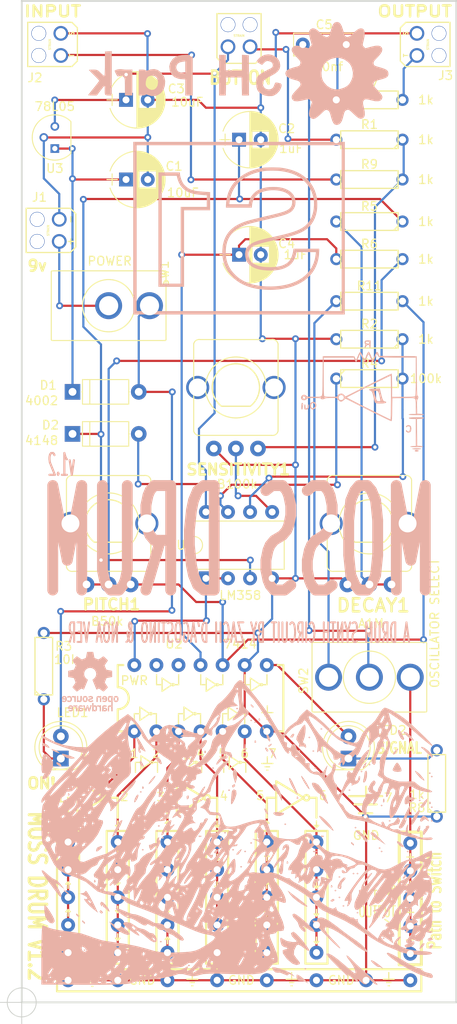
<source format=kicad_pcb>
(kicad_pcb (version 20171130) (host pcbnew "(5.0.0-rc2-dev-311-g1dd4af297)")
  (layers (0 F.Cu signal) (31 B.Cu signal) (34 B.Paste user) (35 F.Paste user) (36 B.SilkS user hide) (37 F.SilkS user) (38 B.Mask user) (39 F.Mask user) (44 Edge.Cuts user))
  (net 0 "")
  (net 1 "Net-(J1-Pad1)")
  (net 2 "Net-(D1-Pad2)")
  (net 3 "Net-(C5-Pad2)")
  (net 4 +5V)
  (net 5 GND)
  (net 6 "Net-(R1-Pad1)")
  (net 7 "Net-(PITCH1-Pad3)")
  (net 8 "Net-(PITCH1-Pad1)")
  (net 9 "Net-(DECAY1-Pad2)")
  (net 10 "Net-(J3-Pad1)")
  (net 11 "Net-(J2-Pad1)")
  (net 12 "Net-(C1-Pad1)")
  (net 13 "Net-(R2-Pad1)")
  (net 14 "Net-(D2-Pad2)")
  (net 15 "Net-(C2-Pad1)")
  (net 16 "Net-(C4-Pad1)")
  (net 17 "Net-(C5-Pad1)")
  (net 18 "Net-(U2-Pad13)")
  (net 19 "Net-(U2-Pad12)")
  (net 20 "Net-(U2-Pad1)")
  (net 21 "Net-(U2-Pad2)")
  (net 22 "Net-(U2-Pad4)")
  (net 23 "Net-(U2-Pad3)")
  (net 24 "Net-(U2-Pad5)")
  (net 25 "Net-(U2-Pad6)")
  (net 26 "Net-(U1-Pad1)")
  (net 27 "Net-(SENSITIVITY1-Pad2)")
  (net 28 "Net-(BreadBoardStrip1-Pad1)")
  (net 29 "Net-(R11-Pad1)")
  (net 30 "Net-(LED1-Pad1)")
  (net 31 "Net-(LED2-Pad2)")
  (net 32 "Net-(LED2-Pad1)")
  (net 33 "Net-(R1-Pad2)")
  (module zfoot:Switch_Toggle_SPDT_Mini_SolderLug_Circle (layer F.Cu) (at 162.936 115.062 90)
    (fp_text reference SW2 (at -2.032 -6.985 90) (layer F.SilkS) (effects (justify left bottom)))
    (fp_text value "OSCILLATOR SELECT" (at -1.33 8.1 90) (layer F.SilkS) (effects (justify left bottom)))
    (pad 3 thru_hole circle (at 0 4.7 90) (size 3.1 3.1) (drill 2.2) (layers *.Cu *.Mask) (net 28 "Net-(BreadBoardStrip1-Pad1)"))
    (pad 2 thru_hole circle (at 0 0 90) (size 3.1 3.1) (drill 2.2) (layers *.Cu *.Mask) (net 3 "Net-(C5-Pad2)"))
    (pad 1 thru_hole circle (at 0 -4.7 90) (size 3.1 3.1) (drill 2.2) (layers *.Cu *.Mask) (net 29 "Net-(R11-Pad1)"))
  )
  (module zfoot:Switch_Toggle_SPST_Mini_SolderLug_2legs_Circle (layer F.Cu) (at 132.936 72.4 270)
    (fp_text reference SW1 (at -2.032 -6.985 270) (layer F.SilkS) (effects (justify left bottom)))
    (fp_text value POWER (at -4.54 2.53) (layer F.SilkS) (effects (justify left bottom)))
    (pad 2 thru_hole circle (at 0 0 270) (size 3.1 3.1) (drill 2.2) (layers *.Cu *.Mask) (net 1 "Net-(J1-Pad1)"))
    (pad 1 thru_hole circle (at 0 -4.7 270) (size 3.1 3.1) (drill 2.2) (layers *.Cu *.Mask) (net 2 "Net-(D1-Pad2)"))
  )
  (module zfoot:Logo_Open-3 (layer B.Cu) (at 130.81 115.57 180)
    (fp_text reference LOGO1 hide)
    (fp_text value Open hide)
  )
  (module zfoot:Logo_OSH-3 (layer B.Cu) (at 147.936 46.228 180)
    (fp_text reference LOGO3 hide)
    (fp_text value OSH hide)
  )
  (module zfoot:Logo_S1-2 (layer B.Cu) (at 147.936 63.5 180)
    (fp_text reference LOGO2 hide)
    (fp_text value S1 hide)
  )
  (module zfoot:Button_Bigger (layer F.Cu) (at 147.936 41.4)
    (fp_text reference SW3 hide)
    (fp_text value BUTTON (at 0.146 4.828 180) (layer F.SilkS) (effects (font (size 1.5 1.25) (thickness 0.3))))
    (fp_text user STRAIN (at 0 0 -180) (layer F.SilkS) (effects (font (size 0.25 0.25) (thickness 0.0625))))
    (pad "" thru_hole circle (at 1.27 -1.27 180) (size 1.7 1.7) (drill 1.6) (layers *.Cu *.Mask))
    (pad "" thru_hole circle (at -1.27 -1.27 180) (size 1.7 1.7) (drill 1.6) (layers *.Cu *.Mask))
    (pad 2 thru_hole circle (at -1.27 1.27 180) (size 1.7 1.7) (drill 1.2) (layers *.Cu *.Mask) (net 4 +5V))
    (pad 1 thru_hole circle (at 1.27 1.27 180) (size 1.7 1.7) (drill 1.2) (layers *.Cu *.Mask) (net 33 "Net-(R1-Pad2)"))
  )
  (module zfoot:9v_Bigger (layer F.Cu) (at 127.254 63.754 90)
    (fp_text reference J1 (at 3.804 -2.278) (layer F.SilkS))
    (fp_text value 9v (at -4.064 -2.54) (layer F.SilkS) (effects (font (size 1.25 1.25) (thickness 0.3))))
    (fp_text user + (at -1.27 1.27 270) (layer F.SilkS) (effects (font (size 0.75 0.75))))
    (fp_text user - (at 1.27 1.27 270) (layer F.SilkS) (effects (font (size 0.75 0.75))))
    (fp_text user STRAIN (at 0 -1.27 -90) (layer F.SilkS) (effects (font (size 0.25 0.25) (thickness 0.0625))))
    (pad 1 thru_hole circle (at -1.27 0 270) (size 1.7 1.7) (drill 1.2) (layers *.Cu *.Mask) (net 1 "Net-(J1-Pad1)"))
    (pad 2 thru_hole circle (at 1.27 0 270) (size 1.7 1.7) (drill 1.2) (layers *.Cu *.Mask) (net 5 GND))
    (pad "" thru_hole circle (at 1.27 -2.54 270) (size 1.7 1.7) (drill 1.6) (layers *.Cu *.Mask))
    (pad "" thru_hole circle (at -1.27 -2.54 270) (size 1.7 1.7) (drill 1.6) (layers *.Cu *.Mask))
  )
  (module zfoot:BREAKOUT (layer F.Cu) (at 128.27 149.86)
    (fp_text reference U2 (at 12.192 -38.608) (layer F.SilkS))
    (fp_text value 7414 (at 19.812 -38.608) (layer F.SilkS))
    (fp_text user 7 (at 23.495 -26.035) (layer F.SilkS))
    (fp_text user 6 (at 20.32 -26.035) (layer F.SilkS))
    (fp_text user 5 (at 17.78 -26.035) (layer F.SilkS))
    (fp_text user 4 (at 15.24 -26.035) (layer F.SilkS))
    (fp_text user 3 (at 12.7 -26.035) (layer F.SilkS))
    (fp_text user 2 (at 10.16 -26.035) (layer F.SilkS))
    (fp_text user 1 (at 7.62 -26.035) (layer F.SilkS))
    (fp_text user GND (at 34.29 -16.637 180) (layer F.SilkS))
    (fp_text user 7 (at 36.83 -20.955) (layer F.SilkS))
    (fp_text user 6 (at 29.337 -21.209) (layer F.SilkS))
    (fp_text user 5 (at 22.098 -21.209) (layer F.SilkS))
    (fp_text user 4 (at 17.907 -21.1455) (layer F.SilkS))
    (fp_text user 3 (at 10.668 -21.0185) (layer F.SilkS))
    (fp_text user 2 (at 6.477 -21.082) (layer F.SilkS))
    (fp_text user 1 (at -0.8255 -20.955) (layer F.SilkS))
    (fp_text user GND (at 31.4325 0 180) (layer F.SilkS))
    (fp_text user GND (at 19.939 0 180) (layer F.SilkS))
    (fp_text user GND (at 8.509 0 180) (layer F.SilkS))
    (fp_text user PWR (at 7.62 -34.417) (layer F.SilkS))
    (pad 6 thru_hole circle (at 20.32 -28.575 90) (size 1.6 1.6) (drill 0.8) (layers *.Cu *.Mask) (net 25 "Net-(U2-Pad6)"))
    (pad 9 thru_hole circle (at 20.32 -36.195 90) (size 1.6 1.6) (drill 0.8) (layers *.Cu *.Mask) (net 5 GND))
    (pad 7 thru_hole oval (at 39.37 0 180) (size 1.6 1.6) (drill 0.8) (layers *.Cu *.Mask) (net 5 GND))
    (pad 7 thru_hole oval (at 0 0 270) (size 1.6 1.6) (drill 0.8) (layers *.Cu *.Mask) (net 5 GND))
    (pad 7 thru_hole oval (at 5.715 0 270) (size 1.6 1.6) (drill 0.8) (layers *.Cu *.Mask) (net 5 GND))
    (pad 7 thru_hole oval (at 11.43 0 270) (size 1.6 1.6) (drill 0.8) (layers *.Cu *.Mask) (net 5 GND))
    (pad 7 thru_hole oval (at 17.145 0 270) (size 1.6 1.6) (drill 0.8) (layers *.Cu *.Mask) (net 5 GND))
    (pad 7 thru_hole oval (at 22.86 0 270) (size 1.6 1.6) (drill 0.8) (layers *.Cu *.Mask) (net 5 GND))
    (pad 2 thru_hole oval (at 5.715 -6.35 180) (size 1.6 1.6) (drill 0.8) (layers *.Cu *.Mask) (net 21 "Net-(U2-Pad2)"))
    (pad 2 thru_hole oval (at 5.715 -15.875 180) (size 1.6 1.6) (drill 0.8) (layers *.Cu *.Mask) (net 21 "Net-(U2-Pad2)"))
    (pad 2 thru_hole oval (at 5.715 -9.525 180) (size 1.6 1.6) (drill 0.8) (layers *.Cu *.Mask) (net 21 "Net-(U2-Pad2)"))
    (pad 2 thru_hole oval (at 5.715 -3.175 180) (size 1.6 1.6) (drill 0.8) (layers *.Cu *.Mask) (net 21 "Net-(U2-Pad2)"))
    (pad 2 thru_hole oval (at 5.715 -12.7 180) (size 1.6 1.6) (drill 0.8) (layers *.Cu *.Mask) (net 21 "Net-(U2-Pad2)"))
    (pad 1 thru_hole oval (at 0 -15.875 180) (size 1.6 1.6) (drill 0.8) (layers *.Cu *.Mask) (net 20 "Net-(U2-Pad1)"))
    (pad 1 thru_hole oval (at 0 -3.175 180) (size 1.6 1.6) (drill 0.8) (layers *.Cu *.Mask) (net 20 "Net-(U2-Pad1)"))
    (pad 1 thru_hole oval (at 0 -6.35 180) (size 1.6 1.6) (drill 0.8) (layers *.Cu *.Mask) (net 20 "Net-(U2-Pad1)"))
    (pad 1 thru_hole oval (at 0 -9.525 180) (size 1.6 1.6) (drill 0.8) (layers *.Cu *.Mask) (net 20 "Net-(U2-Pad1)"))
    (pad 1 thru_hole oval (at 0 -12.7 180) (size 1.6 1.6) (drill 0.8) (layers *.Cu *.Mask) (net 20 "Net-(U2-Pad1)"))
    (pad 4 thru_hole oval (at 17.145 -6.35 180) (size 1.6 1.6) (drill 0.8) (layers *.Cu *.Mask) (net 22 "Net-(U2-Pad4)"))
    (pad 4 thru_hole oval (at 17.145 -15.875 180) (size 1.6 1.6) (drill 0.8) (layers *.Cu *.Mask) (net 22 "Net-(U2-Pad4)"))
    (pad 3 thru_hole oval (at 11.43 -12.7 180) (size 1.6 1.6) (drill 0.8) (layers *.Cu *.Mask) (net 23 "Net-(U2-Pad3)"))
    (pad 4 thru_hole oval (at 17.145 -3.175 180) (size 1.6 1.6) (drill 0.8) (layers *.Cu *.Mask) (net 22 "Net-(U2-Pad4)"))
    (pad 3 thru_hole oval (at 11.43 -15.875 180) (size 1.6 1.6) (drill 0.8) (layers *.Cu *.Mask) (net 23 "Net-(U2-Pad3)"))
    (pad 4 thru_hole oval (at 17.145 -12.7 180) (size 1.6 1.6) (drill 0.8) (layers *.Cu *.Mask) (net 22 "Net-(U2-Pad4)"))
    (pad 3 thru_hole oval (at 11.43 -3.175 180) (size 1.6 1.6) (drill 0.8) (layers *.Cu *.Mask) (net 23 "Net-(U2-Pad3)"))
    (pad 3 thru_hole oval (at 11.43 -6.35 180) (size 1.6 1.6) (drill 0.8) (layers *.Cu *.Mask) (net 23 "Net-(U2-Pad3)"))
    (pad 4 thru_hole oval (at 17.145 -9.525 180) (size 1.6 1.6) (drill 0.8) (layers *.Cu *.Mask) (net 22 "Net-(U2-Pad4)"))
    (pad 3 thru_hole oval (at 11.43 -9.525 180) (size 1.6 1.6) (drill 0.8) (layers *.Cu *.Mask) (net 23 "Net-(U2-Pad3)"))
    (pad 5 thru_hole oval (at 22.86 -3.175 180) (size 1.6 1.6) (drill 0.8) (layers *.Cu *.Mask) (net 24 "Net-(U2-Pad5)"))
    (pad 5 thru_hole oval (at 22.86 -15.875 180) (size 1.6 1.6) (drill 0.8) (layers *.Cu *.Mask) (net 24 "Net-(U2-Pad5)"))
    (pad 5 thru_hole oval (at 22.86 -6.35 180) (size 1.6 1.6) (drill 0.8) (layers *.Cu *.Mask) (net 24 "Net-(U2-Pad5)"))
    (pad 5 thru_hole oval (at 22.86 -9.525 180) (size 1.6 1.6) (drill 0.8) (layers *.Cu *.Mask) (net 24 "Net-(U2-Pad5)"))
    (pad 6 thru_hole oval (at 28.575 -6.35 180) (size 1.6 1.6) (drill 0.8) (layers *.Cu *.Mask) (net 25 "Net-(U2-Pad6)"))
    (pad 6 thru_hole oval (at 28.575 -3.175 180) (size 1.6 1.6) (drill 0.8) (layers *.Cu *.Mask) (net 25 "Net-(U2-Pad6)"))
    (pad 6 thru_hole oval (at 28.575 -12.7 180) (size 1.6 1.6) (drill 0.8) (layers *.Cu *.Mask) (net 25 "Net-(U2-Pad6)"))
    (pad 6 thru_hole oval (at 28.575 -15.875 180) (size 1.6 1.6) (drill 0.8) (layers *.Cu *.Mask) (net 25 "Net-(U2-Pad6)"))
    (pad 6 thru_hole oval (at 28.575 -9.525 180) (size 1.6 1.6) (drill 0.8) (layers *.Cu *.Mask) (net 25 "Net-(U2-Pad6)"))
    (pad 5 thru_hole oval (at 22.86 -12.7 180) (size 1.6 1.6) (drill 0.8) (layers *.Cu *.Mask) (net 24 "Net-(U2-Pad5)"))
    (pad 7 thru_hole oval (at 34.29 0 180) (size 1.6 1.6) (drill 0.8) (layers *.Cu *.Mask) (net 5 GND))
    (pad 7 thru_hole oval (at 28.575 0 270) (size 1.6 1.6) (drill 0.8) (layers *.Cu *.Mask) (net 5 GND))
    (pad 1 thru_hole circle (at 7.62 -28.575 90) (size 1.6 1.6) (drill 0.8) (layers *.Cu *.Mask) (net 20 "Net-(U2-Pad1)"))
    (pad 2 thru_hole circle (at 10.16 -28.575 90) (size 1.6 1.6) (drill 0.8) (layers *.Cu *.Mask) (net 21 "Net-(U2-Pad2)"))
    (pad 3 thru_hole circle (at 12.7 -28.575 90) (size 1.6 1.6) (drill 0.8) (layers *.Cu *.Mask) (net 23 "Net-(U2-Pad3)"))
    (pad 4 thru_hole circle (at 15.24 -28.575 90) (size 1.6 1.6) (drill 0.8) (layers *.Cu *.Mask) (net 22 "Net-(U2-Pad4)"))
    (pad 5 thru_hole circle (at 17.78 -28.575 90) (size 1.6 1.6) (drill 0.8) (layers *.Cu *.Mask) (net 24 "Net-(U2-Pad5)"))
    (pad 7 thru_hole circle (at 22.86 -28.575 90) (size 1.6 1.6) (drill 0.8) (layers *.Cu *.Mask) (net 5 GND))
    (pad 14 thru_hole circle (at 7.62 -36.195 90) (size 1.6 1.6) (drill 0.8) (layers *.Cu *.Mask) (net 26 "Net-(U1-Pad1)"))
    (pad 13 thru_hole circle (at 10.16 -36.195 90) (size 1.6 1.6) (drill 0.8) (layers *.Cu *.Mask) (net 18 "Net-(U2-Pad13)"))
    (pad 12 thru_hole circle (at 12.7 -36.195 90) (size 1.6 1.6) (drill 0.8) (layers *.Cu *.Mask) (net 19 "Net-(U2-Pad12)"))
    (pad 11 thru_hole circle (at 15.24 -36.195 90) (size 1.6 1.6) (drill 0.8) (layers *.Cu *.Mask) (net 16 "Net-(C4-Pad1)"))
    (pad 10 thru_hole circle (at 17.78 -36.195 90) (size 1.6 1.6) (drill 0.8) (layers *.Cu *.Mask) (net 7 "Net-(PITCH1-Pad3)"))
    (pad 8 thru_hole circle (at 22.86 -36.195 90) (size 1.6 1.6) (drill 0.8) (layers *.Cu *.Mask) (net 31 "Net-(LED2-Pad2)"))
  )
  (module zfoot:Jack_Instrument_Bigger (layer F.Cu) (at 127.436 42.4 90)
    (fp_text reference J2 (at -3.828 -2.976) (layer F.SilkS))
    (fp_text value INPUT (at 3.792 -0.944) (layer F.SilkS) (effects (font (size 1.25 1.5) (thickness 0.3))))
    (fp_text user T (at -1.27 1.27 -90) (layer F.SilkS) (effects (font (size 0.5 0.5) (thickness 0.125))))
    (fp_text user S (at 1.27 1.27 -90) (layer F.SilkS) (effects (font (size 0.5 0.5) (thickness 0.125))))
    (fp_text user STRAIN (at 0 -1.27 -90) (layer F.SilkS) (effects (font (size 0.25 0.25) (thickness 0.0625))))
    (pad 1 thru_hole circle (at -1.27 0 270) (size 1.7 1.7) (drill 1.2) (layers *.Cu *.Mask) (net 11 "Net-(J2-Pad1)"))
    (pad 2 thru_hole circle (at 1.27 0 270) (size 1.7 1.7) (drill 1.2) (layers *.Cu *.Mask) (net 5 GND))
    (pad "" thru_hole circle (at 1.27 -2.54 270) (size 1.7 1.7) (drill 1.6) (layers *.Cu *.Mask))
    (pad "" thru_hole circle (at -1.27 -2.54 270) (size 1.7 1.7) (drill 1.6) (layers *.Cu *.Mask))
  )
  (module zfoot:Jack_Instrument_Bigger (layer F.Cu) (at 169.672 42.4 270)
    (fp_text reference J3 (at 3.574 -2.032 180) (layer F.SilkS))
    (fp_text value OUTPUT (at -3.792 1.524 180) (layer F.SilkS) (effects (font (size 1.25 1.5) (thickness 0.3))))
    (fp_text user STRAIN (at 0 0 90) (layer F.SilkS) (effects (font (size 0.25 0.25) (thickness 0.0625))))
    (fp_text user S (at -1.27 2.54 90) (layer F.SilkS) (effects (font (size 0.5 0.5) (thickness 0.125))))
    (fp_text user T (at 1.27 2.54 90) (layer F.SilkS) (effects (font (size 0.5 0.5) (thickness 0.125))))
    (pad "" thru_hole circle (at 1.27 -1.27 90) (size 1.7 1.7) (drill 1.6) (layers *.Cu *.Mask))
    (pad "" thru_hole circle (at -1.27 -1.27 90) (size 1.7 1.7) (drill 1.6) (layers *.Cu *.Mask))
    (pad 2 thru_hole circle (at -1.27 1.27 90) (size 1.7 1.7) (drill 1.2) (layers *.Cu *.Mask) (net 5 GND))
    (pad 1 thru_hole circle (at 1.27 1.27 90) (size 1.7 1.7) (drill 1.2) (layers *.Cu *.Mask) (net 10 "Net-(J3-Pad1)"))
  )
  (module 4ms-footprints:Resistor_TH_300 (layer F.Cu) (at 162.936 71.882)
    (fp_text reference R11 (at 0 -1.75) (layer F.SilkS))
    (fp_text value 1k (at 6.5 0) (layer F.SilkS))
    (pad 1 thru_hole circle (at -3.81 0) (size 1.397 1.397) (drill 0.8128) (layers *.Cu *.Mask) (net 29 "Net-(R11-Pad1)"))
    (pad 2 thru_hole circle (at 3.81 0) (size 1.397 1.397) (drill 0.8128) (layers *.Cu *.Mask) (net 7 "Net-(PITCH1-Pad3)"))
  )
  (module zfoot:DIP_8pin_TL082_TH_CenteredNotOnPin1 (layer F.Cu) (at 147.936 99.9 90)
    (fp_text reference U1 (at 0 -6.204 180) (layer F.SilkS))
    (fp_text value LM358 (at -5.764 0.146 180) (layer F.SilkS))
    (pad 1 thru_hole rect (at -3.81 -3.81 90) (size 1.6 1.6) (drill 0.8) (layers *.Cu *.Mask) (net 26 "Net-(U1-Pad1)"))
    (pad 5 thru_hole oval (at 3.81 3.81 90) (size 1.6 1.6) (drill 0.8) (layers *.Cu *.Mask) (net 27 "Net-(SENSITIVITY1-Pad2)"))
    (pad 2 thru_hole oval (at -3.81 -1.27 90) (size 1.6 1.6) (drill 0.8) (layers *.Cu *.Mask) (net 26 "Net-(U1-Pad1)"))
    (pad 6 thru_hole oval (at 3.81 1.27 90) (size 1.6 1.6) (drill 0.8) (layers *.Cu *.Mask) (net 13 "Net-(R2-Pad1)"))
    (pad 3 thru_hole oval (at -3.81 1.27 90) (size 1.6 1.6) (drill 0.8) (layers *.Cu *.Mask) (net 15 "Net-(C2-Pad1)"))
    (pad 7 thru_hole oval (at 3.81 -1.27 90) (size 1.6 1.6) (drill 0.8) (layers *.Cu *.Mask) (net 14 "Net-(D2-Pad2)"))
    (pad 4 thru_hole oval (at -3.81 3.81 90) (size 1.6 1.6) (drill 0.8) (layers *.Cu *.Mask) (net 5 GND))
    (pad 8 thru_hole oval (at 3.81 -3.81 90) (size 1.6 1.6) (drill 0.8) (layers *.Cu *.Mask) (net 4 +5V))
  )
  (module zfoot:BREAKOUTswitch (layer F.Cu) (at 167.64 140.462)
    (fp_text reference BreadBoardStrip1 hide)
    (fp_text value "Path to Switch" (at 2.794 0.254 90) (layer F.SilkS) (effects (font (size 1.5 1) (thickness 0.25))))
    (fp_text user OUTPUT (at -3.81 1.524) (layer F.SilkS) (effects (font (size 1.25 0.75))))
    (fp_text user + (at -0.0635 4.699) (layer F.SilkS))
    (fp_text user + (at 0 1.524) (layer F.SilkS))
    (fp_text user + (at 0 -1.651) (layer F.SilkS))
    (fp_text user + (at 0 -4.826) (layer F.SilkS))
    (fp_text user TO (at -3.683 -0.254) (layer F.SilkS) (effects (font (size 1.25 0.75))))
    (pad 1 thru_hole oval (at 0 -6.35 180) (size 1.6 1.6) (drill 0.8) (layers *.Cu *.Mask) (net 28 "Net-(BreadBoardStrip1-Pad1)"))
    (pad 1 thru_hole oval (at 0 3.175 180) (size 1.6 1.6) (drill 0.8) (layers *.Cu *.Mask) (net 28 "Net-(BreadBoardStrip1-Pad1)"))
    (pad 1 thru_hole oval (at 0 -3.175 180) (size 1.6 1.6) (drill 0.8) (layers *.Cu *.Mask) (net 28 "Net-(BreadBoardStrip1-Pad1)"))
    (pad 1 thru_hole circle (at 0 0 180) (size 1.6 1.6) (drill 0.8) (layers *.Cu *.Mask) (net 28 "Net-(BreadBoardStrip1-Pad1)"))
    (pad 1 thru_hole oval (at 0 6.35 180) (size 1.6 1.6) (drill 0.8) (layers *.Cu *.Mask) (net 28 "Net-(BreadBoardStrip1-Pad1)"))
  )
  (module zfoot:LED_D5.0mm (layer F.Cu) (at 127.436 124.4 90)
    (fp_text reference LED1 (at 5.274 1.342 180) (layer F.SilkS))
    (fp_text value ON! (at -2.854 -2.214) (layer F.SilkS) (effects (font (size 1.25 1.25) (thickness 0.3125))))
    (pad 1 thru_hole rect (at 0 0 90) (size 1.8 1.8) (drill 0.9) (layers *.Cu *.Mask) (net 30 "Net-(LED1-Pad1)"))
    (pad 2 thru_hole circle (at 2.54 0 90) (size 1.8 1.8) (drill 0.9) (layers *.Cu *.Mask) (net 2 "Net-(D1-Pad2)"))
  )
  (module zfoot:LED_D5.0mm (layer F.Cu) (at 160.528 124.4 90)
    (fp_text reference LED2 (at 3.242 4.826 180) (layer F.SilkS))
    (fp_text value SIGNAL (at 1.21 5.842 180) (layer F.SilkS) (effects (font (size 1.25 1) (thickness 0.25))))
    (pad 2 thru_hole circle (at 2.54 0 90) (size 1.8 1.8) (drill 0.9) (layers *.Cu *.Mask) (net 31 "Net-(LED2-Pad2)"))
    (pad 1 thru_hole rect (at 0 0 90) (size 1.8 1.8) (drill 0.9) (layers *.Cu *.Mask) (net 32 "Net-(LED2-Pad1)"))
  )
  (module 4ms-footprints:Cap_Ceramic_TH (layer F.Cu) (at 160.274 42.418 180)
    (fp_text reference C5 (at 2.54 2.286 180) (layer F.SilkS))
    (fp_text value 100nf (at 2.54 -2.54 180) (layer F.SilkS))
    (pad 1 thru_hole circle (at 0 0 180) (size 1.6 1.6) (drill 0.8) (layers *.Cu *.Mask) (net 17 "Net-(C5-Pad1)"))
    (pad 2 thru_hole circle (at 5 0 180) (size 1.6 1.6) (drill 0.8) (layers *.Cu *.Mask) (net 3 "Net-(C5-Pad2)"))
  )
  (module 4ms-footprints:Cap_Electrolytic_TH (layer F.Cu) (at 134.936 57.912)
    (fp_text reference C1 (at 5.526 -1.524) (layer F.SilkS))
    (fp_text value 10uF (at 6.542 1.524 180) (layer F.SilkS))
    (pad 2 thru_hole circle (at 2.5 0) (size 1.6 1.6) (drill 0.8) (layers *.Cu *.Mask) (net 5 GND))
    (pad 1 thru_hole rect (at 0 0) (size 1.6 1.6) (drill 0.8) (layers *.Cu *.Mask) (net 12 "Net-(C1-Pad1)"))
  )
  (module 4ms-footprints:Cap_Electrolytic_TH (layer F.Cu) (at 147.936 53.34)
    (fp_text reference C2 (at 5.48 -1.27) (layer F.SilkS))
    (fp_text value 1uF (at 5.988 1.016) (layer F.SilkS))
    (pad 1 thru_hole rect (at 0 0) (size 1.6 1.6) (drill 0.8) (layers *.Cu *.Mask) (net 15 "Net-(C2-Pad1)"))
    (pad 2 thru_hole circle (at 2.5 0) (size 1.6 1.6) (drill 0.8) (layers *.Cu *.Mask) (net 5 GND))
  )
  (module 4ms-footprints:Cap_Electrolytic_TH (layer F.Cu) (at 134.936 48.768)
    (fp_text reference C3 (at 5.78 -1.27) (layer F.SilkS))
    (fp_text value 10uF (at 7.05 0.254) (layer F.SilkS))
    (pad 2 thru_hole circle (at 2.5 0) (size 1.6 1.6) (drill 0.8) (layers *.Cu *.Mask) (net 5 GND))
    (pad 1 thru_hole rect (at 0 0) (size 1.6 1.6) (drill 0.8) (layers *.Cu *.Mask) (net 4 +5V))
  )
  (module 4ms-footprints:Cap_Electrolytic_TH (layer F.Cu) (at 147.936 66.548)
    (fp_text reference C4 (at 5.48 -1.27) (layer F.SilkS))
    (fp_text value 1uF (at 6.496 0) (layer F.SilkS))
    (pad 1 thru_hole rect (at 0 0) (size 1.6 1.6) (drill 0.8) (layers *.Cu *.Mask) (net 16 "Net-(C4-Pad1)"))
    (pad 2 thru_hole circle (at 2.5 0) (size 1.6 1.6) (drill 0.8) (layers *.Cu *.Mask) (net 5 GND))
  )
  (module 4ms-footprints:Diode_BAT-85S_TH (layer F.Cu) (at 128.778 87.122)
    (fp_text reference D2 (at -2.54 -1.016) (layer F.SilkS))
    (fp_text value 4148 (at -3.556 0.762) (layer F.SilkS))
    (pad 2 thru_hole oval (at 7.62 0) (size 1.8 1.8) (drill 0.9) (layers *.Cu *.Mask) (net 14 "Net-(D2-Pad2)"))
    (pad 1 thru_hole rect (at 0 0) (size 1.8 1.8) (drill 0.9) (layers *.Cu *.Mask) (net 15 "Net-(C2-Pad1)"))
  )
  (module 4ms-footprints:Diode_BAT-85S_TH (layer F.Cu) (at 128.778 82.296)
    (fp_text reference D1 (at -2.794 -0.762) (layer F.SilkS))
    (fp_text value 4002 (at -3.556 1.016) (layer F.SilkS))
    (pad 1 thru_hole rect (at 0 0) (size 1.8 1.8) (drill 0.9) (layers *.Cu *.Mask) (net 12 "Net-(C1-Pad1)"))
    (pad 2 thru_hole oval (at 7.62 0) (size 1.8 1.8) (drill 0.9) (layers *.Cu *.Mask) (net 2 "Net-(D1-Pad2)"))
  )
  (module 4ms-footprints:Resistor_TH_300 (layer F.Cu) (at 170.688 127.254 90)
    (fp_text reference R8 (at -2.794 -2.286 180) (layer F.SilkS))
    (fp_text value 1k (at -1.27 -2.286 180) (layer F.SilkS))
    (pad 2 thru_hole circle (at 3.81 0 90) (size 1.397 1.397) (drill 0.8128) (layers *.Cu *.Mask) (net 32 "Net-(LED2-Pad1)"))
    (pad 1 thru_hole circle (at -3.81 0 90) (size 1.397 1.397) (drill 0.8128) (layers *.Cu *.Mask) (net 5 GND))
  )
  (module 4ms-footprints:Resistor_TH_300 (layer F.Cu) (at 162.936 48.768)
    (fp_text reference R7 (at 0 -1.75) (layer F.SilkS))
    (fp_text value 1k (at 6.5 0) (layer F.SilkS))
    (pad 1 thru_hole circle (at -3.81 0) (size 1.397 1.397) (drill 0.8128) (layers *.Cu *.Mask) (net 17 "Net-(C5-Pad1)"))
    (pad 2 thru_hole circle (at 3.81 0) (size 1.397 1.397) (drill 0.8128) (layers *.Cu *.Mask) (net 10 "Net-(J3-Pad1)"))
  )
  (module 4ms-footprints:Resistor_TH_300 (layer F.Cu) (at 162.936 67.056)
    (fp_text reference R6 (at 0 -1.75) (layer F.SilkS))
    (fp_text value 1k (at 6.5 0) (layer F.SilkS))
    (pad 2 thru_hole circle (at 3.81 0) (size 1.397 1.397) (drill 0.8128) (layers *.Cu *.Mask) (net 8 "Net-(PITCH1-Pad1)"))
    (pad 1 thru_hole circle (at -3.81 0) (size 1.397 1.397) (drill 0.8128) (layers *.Cu *.Mask) (net 16 "Net-(C4-Pad1)"))
  )
  (module 4ms-footprints:Resistor_TH_300 (layer F.Cu) (at 162.936 62.738 180)
    (fp_text reference R5 (at 0 1.75 180) (layer F.SilkS))
    (fp_text value 1k (at -6.5 0 180) (layer F.SilkS))
    (pad 1 thru_hole circle (at -3.81 0 180) (size 1.397 1.397) (drill 0.8128) (layers *.Cu *.Mask) (net 15 "Net-(C2-Pad1)"))
    (pad 2 thru_hole circle (at 3.81 0 180) (size 1.397 1.397) (drill 0.8128) (layers *.Cu *.Mask) (net 9 "Net-(DECAY1-Pad2)"))
  )
  (module 4ms-footprints:Resistor_TH_300 (layer F.Cu) (at 162.936 80.772)
    (fp_text reference R4 (at 0 -1.75) (layer F.SilkS))
    (fp_text value 100k (at 6.5 0) (layer F.SilkS))
    (pad 2 thru_hole circle (at 3.81 0) (size 1.397 1.397) (drill 0.8128) (layers *.Cu *.Mask) (net 13 "Net-(R2-Pad1)"))
    (pad 1 thru_hole circle (at -3.81 0) (size 1.397 1.397) (drill 0.8128) (layers *.Cu *.Mask) (net 14 "Net-(D2-Pad2)"))
  )
  (module 4ms-footprints:Resistor_TH_300 (layer F.Cu) (at 125.476 113.792 90)
    (fp_text reference R3 (at 2.286 2.286 180) (layer F.SilkS))
    (fp_text value 10k (at 0.762 2.54 180) (layer F.SilkS))
    (pad 1 thru_hole circle (at -3.81 0 90) (size 1.397 1.397) (drill 0.8128) (layers *.Cu *.Mask) (net 30 "Net-(LED1-Pad1)"))
    (pad 2 thru_hole circle (at 3.81 0 90) (size 1.397 1.397) (drill 0.8128) (layers *.Cu *.Mask) (net 5 GND))
  )
  (module 4ms-footprints:Resistor_TH_300 (layer F.Cu) (at 162.936 76.25 180)
    (fp_text reference R2 (at 0 1.75 180) (layer F.SilkS))
    (fp_text value 1k (at -6.5 0 180) (layer F.SilkS))
    (pad 2 thru_hole circle (at 3.81 0 180) (size 1.397 1.397) (drill 0.8128) (layers *.Cu *.Mask) (net 5 GND))
    (pad 1 thru_hole circle (at -3.81 0 180) (size 1.397 1.397) (drill 0.8128) (layers *.Cu *.Mask) (net 13 "Net-(R2-Pad1)"))
  )
  (module 4ms-footprints:Resistor_TH_300 (layer F.Cu) (at 162.936 53.34 180)
    (fp_text reference R1 (at 0 1.75 180) (layer F.SilkS))
    (fp_text value 1k (at -6.5 0 180) (layer F.SilkS))
    (pad 1 thru_hole circle (at -3.81 0 180) (size 1.397 1.397) (drill 0.8128) (layers *.Cu *.Mask) (net 6 "Net-(R1-Pad1)"))
    (pad 2 thru_hole circle (at 3.81 0 180) (size 1.397 1.397) (drill 0.8128) (layers *.Cu *.Mask) (net 33 "Net-(R1-Pad2)"))
  )
  (module 4ms-footprints:Resistor_TH_300 (layer F.Cu) (at 162.936 57.912 180)
    (fp_text reference R9 (at 0 1.75 180) (layer F.SilkS))
    (fp_text value 1k (at -6.5 0 180) (layer F.SilkS))
    (pad 2 thru_hole circle (at 3.81 0 180) (size 1.397 1.397) (drill 0.8128) (layers *.Cu *.Mask) (net 11 "Net-(J2-Pad1)"))
    (pad 1 thru_hole circle (at -3.81 0 180) (size 1.397 1.397) (drill 0.8128) (layers *.Cu *.Mask) (net 6 "Net-(R1-Pad1)"))
  )
  (module 4ms-footprints:TO-92_Molded_Narrow (layer F.Cu) (at 126.746 54.356 90)
    (fp_text reference U3 (at -2.286 0 180) (layer F.SilkS))
    (fp_text value 78L05 (at 4.826 0 180) (layer F.SilkS))
    (pad 1 thru_hole rect (at 0 0 180) (size 1 1) (drill 0.6) (layers *.Cu *.Mask) (net 12 "Net-(C1-Pad1)"))
    (pad 3 thru_hole circle (at 2.54 0 180) (size 1 1) (drill 0.6) (layers *.Cu *.Mask) (net 4 +5V))
    (pad 2 thru_hole circle (at 1.27 -1.27 180) (size 1 1) (drill 0.6) (layers *.Cu *.Mask) (net 5 GND))
  )
  (module zfoot:POT-9MM-ALPHA (layer F.Cu) (at 162.936 97.4 180)
    (fp_text reference DECAY1 (at 3.932 -10.296 180) (layer F.SilkS) (effects (font (size 1.5 1.5) (thickness 0.3)) (justify left bottom)))
    (fp_text value A1M (at 1.392 -12.074 180) (layer F.SilkS) (effects (justify left bottom)))
    (pad 5 thru_hole circle (at -4.394363 -0.001843 180) (size 2.667 2.667) (drill 2.0574) (layers *.Cu *.Mask))
    (pad 4 thru_hole circle (at 4.394037 -0.001843 180) (size 2.667 2.667) (drill 2.0574) (layers *.Cu *.Mask))
    (pad 1 thru_hole circle (at 2.539837 -7.012243 90) (size 1.8034 1.8034) (drill 0.889) (layers *.Cu *.Mask) (net 5 GND))
    (pad 2 thru_hole circle (at -0.000163 -7.012243 90) (size 1.8034 1.8034) (drill 0.889) (layers *.Cu *.Mask) (net 9 "Net-(DECAY1-Pad2)"))
    (pad 3 thru_hole circle (at -2.540163 -7.012243 90) (size 1.8034 1.8034) (drill 0.889) (layers *.Cu *.Mask) (net 9 "Net-(DECAY1-Pad2)"))
  )
  (module zfoot:POT-9MM-ALPHA (layer F.Cu) (at 132.936 97.4 180)
    (fp_text reference PITCH1 (at 3.142 -10.042 180) (layer F.SilkS) (effects (font (size 1.25 1.25) (thickness 0.3)) (justify left bottom)))
    (fp_text value B50k (at 2.126 -11.82 180) (layer F.SilkS) (effects (justify left bottom)))
    (pad 3 thru_hole circle (at -2.540163 -7.012243 90) (size 1.8034 1.8034) (drill 0.889) (layers *.Cu *.Mask) (net 7 "Net-(PITCH1-Pad3)"))
    (pad 2 thru_hole circle (at -0.000163 -7.012243 90) (size 1.8034 1.8034) (drill 0.889) (layers *.Cu *.Mask) (net 8 "Net-(PITCH1-Pad1)"))
    (pad 1 thru_hole circle (at 2.539837 -7.012243 90) (size 1.8034 1.8034) (drill 0.889) (layers *.Cu *.Mask) (net 8 "Net-(PITCH1-Pad1)"))
    (pad 4 thru_hole circle (at 4.394037 -0.001843 180) (size 2.667 2.667) (drill 2.0574) (layers *.Cu *.Mask))
    (pad 5 thru_hole circle (at -4.394363 -0.001843 180) (size 2.667 2.667) (drill 2.0574) (layers *.Cu *.Mask))
  )
  (module zfoot:POT-9MM-ALPHA (layer F.Cu) (at 147.574 81.788 180)
    (fp_text reference SENSITIVITY1 (at 5.842 -10.16) (layer F.SilkS) (effects (font (size 1.25 1.25) (thickness 0.3)) (justify left bottom)))
    (fp_text value B100k (at 2.286 -11.684 180) (layer F.SilkS) (effects (justify left bottom)))
    (pad 5 thru_hole circle (at -4.394363 -0.001843 180) (size 2.667 2.667) (drill 2.0574) (layers *.Cu *.Mask))
    (pad 4 thru_hole circle (at 4.394037 -0.001843 180) (size 2.667 2.667) (drill 2.0574) (layers *.Cu *.Mask))
    (pad 1 thru_hole circle (at 2.539837 -7.012243 90) (size 1.8034 1.8034) (drill 0.889) (layers *.Cu *.Mask) (net 5 GND))
    (pad 2 thru_hole circle (at -0.000163 -7.012243 90) (size 1.8034 1.8034) (drill 0.889) (layers *.Cu *.Mask) (net 27 "Net-(SENSITIVITY1-Pad2)"))
    (pad 3 thru_hole circle (at -2.540163 -7.012243 90) (size 1.8034 1.8034) (drill 0.889) (layers *.Cu *.Mask) (net 6 "Net-(R1-Pad1)"))
  )
  (module zfoot:Logo_MNT-2 (layer B.Cu) (at 147.828 125.984 180)
    (fp_text reference LOGO5 hide)
    (fp_text value MNT hide)
  )
  (module zfoot:Logo_OSC-1 (layer B.Cu) (at 162.052 83.058 180)
    (fp_text reference LOGO4 hide)
    (fp_text value OSC hide)
  )
  (gr_text "MOSS DRUM v1.2" (at 124.714 140.208 270) (layer F.SilkS) (effects (font (size 2 1.5) (thickness 0.375))))
  (gr_text "A DRUM SYNTH CIRCUIT BY ZACH D'AGOSTINO & NOA VER" (at 147.936 109.982) (layer B.SilkS) (effects (font (size 2.25 0.9) (thickness 0.225)) (justify mirror)))
  (gr_text v1.2 (at 127.508 90.678) (layer B.SilkS) (effects (font (size 2.5 1) (thickness 0.25)) (justify mirror)))
  (gr_text "MOSS DRUM" (at 147.936 99.568) (layer B.SilkS) (effects (font (size 12 5) (thickness 1.25)) (justify mirror)))
  (target plus (at 122.936 152.4) (size 5) (width 0.1) (layer Edge.Cuts))
  (gr_line (start 172.936 152.4) (end 122.936 152.4) (layer Edge.Cuts) (width 0.2))
  (gr_line (start 172.936 37.4) (end 172.936 152.4) (layer Edge.Cuts) (width 0.2))
  (gr_line (start 122.936 37.4) (end 172.936 37.4) (layer Edge.Cuts) (width 0.2))
  (gr_line (start 122.936 152.4) (end 122.936 37.4) (layer Edge.Cuts) (width 0.2))
  (segment (start 127.296 72.41) (end 132.926 72.41) (width 0.25) (layer F.Cu) (net 1))
  (segment (start 132.926 72.41) (end 132.936 72.4) (width 0.25) (layer F.Cu) (net 1))
  (segment (start 127.254 72.368) (end 127.296 72.41) (width 0.25) (layer B.Cu) (net 1))
  (segment (start 127.254 65.024) (end 127.254 72.368) (width 0.25) (layer B.Cu) (net 1))
  (via (at 127.296 72.41) (size 0.8) (drill 0.4) (layers F.Cu B.Cu) (net 1))
  (segment (start 140.256 82.3) (end 136.402 82.3) (width 0.25) (layer F.Cu) (net 2))
  (segment (start 136.402 82.3) (end 136.398 82.296) (width 0.25) (layer F.Cu) (net 2))
  (segment (start 140.216 82.34) (end 140.256 82.3) (width 0.25) (layer B.Cu) (net 2))
  (segment (start 140.216 107.38) (end 140.216 82.34) (width 0.25) (layer B.Cu) (net 2))
  (via (at 140.256 82.3) (size 0.8) (drill 0.4) (layers F.Cu B.Cu) (net 2))
  (segment (start 140.096 107.5) (end 140.216 107.38) (width 0.25) (layer F.Cu) (net 2))
  (segment (start 127.416 107.5) (end 140.096 107.5) (width 0.25) (layer F.Cu) (net 2))
  (via (at 140.216 107.38) (size 0.8) (drill 0.4) (layers F.Cu B.Cu) (net 2))
  (segment (start 127.436 107.52) (end 127.416 107.5) (width 0.25) (layer B.Cu) (net 2))
  (segment (start 127.436 121.86) (end 127.436 107.52) (width 0.25) (layer B.Cu) (net 2))
  (via (at 127.416 107.5) (size 0.8) (drill 0.4) (layers F.Cu B.Cu) (net 2))
  (segment (start 136.398 82.296) (end 136.398 73.638) (width 0.25) (layer B.Cu) (net 2))
  (segment (start 136.398 73.638) (end 137.636 72.4) (width 0.25) (layer B.Cu) (net 2))
  (segment (start 151.556 92.03) (end 151.384 92.202) (width 0.25) (layer F.Cu) (net 13))
  (segment (start 166.786 92.03) (end 151.556 92.03) (width 0.25) (layer F.Cu) (net 13))
  (segment (start 150.984001 92.601999) (end 151.384 92.202) (width 0.25) (layer B.Cu) (net 13))
  (segment (start 149.206 94.38) (end 150.984001 92.601999) (width 0.25) (layer B.Cu) (net 13))
  (segment (start 149.206 96.09) (end 149.206 94.38) (width 0.25) (layer B.Cu) (net 13))
  (via (at 151.384 92.202) (size 0.8) (drill 0.4) (layers F.Cu B.Cu) (net 13))
  (segment (start 147.066 92.964) (end 146.195999 93.834001) (width 0.25) (layer F.Cu) (net 14))
  (segment (start 144.442 92.88) (end 145.396001 93.834001) (width 0.25) (layer F.Cu) (net 14))
  (segment (start 145.396001 93.834001) (end 145.796 94.234) (width 0.25) (layer F.Cu) (net 14))
  (segment (start 145.796 94.799685) (end 145.796 94.234) (width 0.25) (layer B.Cu) (net 14))
  (segment (start 145.796 95.22) (end 145.796 94.799685) (width 0.25) (layer B.Cu) (net 14))
  (segment (start 146.666 96.09) (end 145.796 95.22) (width 0.25) (layer B.Cu) (net 14))
  (segment (start 159.257998 92.964) (end 147.066 92.964) (width 0.25) (layer F.Cu) (net 14))
  (segment (start 136.336 92.88) (end 144.442 92.88) (width 0.25) (layer F.Cu) (net 14))
  (segment (start 146.195999 93.834001) (end 145.796 94.234) (width 0.25) (layer F.Cu) (net 14))
  (via (at 145.796 94.234) (size 0.8) (drill 0.4) (layers F.Cu B.Cu) (net 14))
  (via (at 147.828 94.234002) (size 0.8) (drill 0.4) (layers F.Cu B.Cu) (net 27))
  (segment (start 147.574163 93.980165) (end 147.828 94.234002) (width 0.25) (layer B.Cu) (net 27))
  (segment (start 151.746 96.09) (end 149.890002 94.234002) (width 0.25) (layer F.Cu) (net 27))
  (segment (start 147.574163 88.800243) (end 147.574163 93.980165) (width 0.25) (layer B.Cu) (net 27))
  (segment (start 148.393685 94.234002) (end 147.828 94.234002) (width 0.25) (layer F.Cu) (net 27))
  (segment (start 149.890002 94.234002) (end 148.393685 94.234002) (width 0.25) (layer F.Cu) (net 27))
  (segment (start 167.636 115.062) (end 167.636 134.108) (width 0.25) (layer F.Cu) (net 28))
  (segment (start 167.636 134.108) (end 167.64 134.112) (width 0.25) (layer F.Cu) (net 28))
  (segment (start 167.64 143.637) (end 167.64 146.812) (width 0.25) (layer F.Cu) (net 28))
  (segment (start 167.64 140.462) (end 167.64 143.637) (width 0.25) (layer F.Cu) (net 28))
  (segment (start 167.64 137.287) (end 167.64 140.462) (width 0.25) (layer F.Cu) (net 28))
  (segment (start 167.64 134.112) (end 167.64 137.287) (width 0.25) (layer F.Cu) (net 28))
  (segment (start 155.274 43.54937) (end 155.996 44.27137) (width 0.25) (layer B.Cu) (net 3))
  (segment (start 155.274 42.418) (end 155.274 43.54937) (width 0.25) (layer B.Cu) (net 3))
  (segment (start 155.996 44.27137) (end 155.996 109.124315) (width 0.25) (layer B.Cu) (net 3))
  (segment (start 155.996 109.124315) (end 156.006 109.134315) (width 0.25) (layer B.Cu) (net 3))
  (segment (start 156.006 109.134315) (end 156.006 109.7) (width 0.25) (layer B.Cu) (net 3))
  (segment (start 162.814 109.728) (end 156.034 109.728) (width 0.25) (layer F.Cu) (net 3))
  (segment (start 156.034 109.728) (end 156.006 109.7) (width 0.25) (layer F.Cu) (net 3))
  (via (at 156.006 109.7) (size 0.8) (drill 0.4) (layers F.Cu B.Cu) (net 3))
  (segment (start 162.814 109.728) (end 162.814 114.94) (width 0.25) (layer B.Cu) (net 3))
  (segment (start 162.814 114.94) (end 162.936 115.062) (width 0.25) (layer B.Cu) (net 3))
  (via (at 162.814 109.728) (size 0.8) (drill 0.4) (layers F.Cu B.Cu) (net 3))
  (segment (start 158.236 100.66) (end 156.606 99.03) (width 0.25) (layer B.Cu) (net 29))
  (segment (start 158.236 115.062) (end 158.236 100.66) (width 0.25) (layer B.Cu) (net 29))
  (segment (start 156.606 99.03) (end 156.606 74.402) (width 0.25) (layer B.Cu) (net 29))
  (segment (start 156.606 74.402) (end 159.126 71.882) (width 0.25) (layer B.Cu) (net 29))
  (segment (start 145.126002 45.72) (end 146.666 44.180002) (width 0.25) (layer B.Cu) (net 4))
  (segment (start 146.666 44.180002) (end 146.666 42.67) (width 0.25) (layer B.Cu) (net 4))
  (segment (start 151.746 103.71) (end 151.746 108.349996) (width 0.25) (layer B.Cu) (net 5))
  (segment (start 150.113996 112.141004) (end 150.113996 110.547685) (width 0.25) (layer B.Cu) (net 5))
  (segment (start 126.463828 109.982) (end 150.113996 109.982) (width 0.25) (layer F.Cu) (net 5))
  (segment (start 148.59 113.665) (end 150.113996 112.141004) (width 0.25) (layer B.Cu) (net 5))
  (segment (start 150.113996 110.547685) (end 150.113996 109.982) (width 0.25) (layer B.Cu) (net 5))
  (segment (start 150.513995 109.582001) (end 150.113996 109.982) (width 0.25) (layer B.Cu) (net 5))
  (segment (start 151.746 108.349996) (end 150.513995 109.582001) (width 0.25) (layer B.Cu) (net 5))
  (segment (start 125.476 109.982) (end 126.463828 109.982) (width 0.25) (layer F.Cu) (net 5))
  (via (at 150.113996 109.982) (size 0.8) (drill 0.4) (layers F.Cu B.Cu) (net 5))
  (segment (start 154.432 76.2) (end 159.076 76.2) (width 0.25) (layer F.Cu) (net 5))
  (segment (start 150.622 76.2) (end 154.432 76.2) (width 0.25) (layer F.Cu) (net 5))
  (segment (start 154.432 90.678) (end 154.432 76.2) (width 0.25) (layer B.Cu) (net 5))
  (via (at 154.432 76.2) (size 0.8) (drill 0.4) (layers F.Cu B.Cu) (net 5))
  (segment (start 154.432 103.71) (end 159.69392 103.71) (width 0.25) (layer F.Cu) (net 5))
  (segment (start 151.746 103.71) (end 154.432 103.71) (width 0.25) (layer F.Cu) (net 5))
  (segment (start 154.432 90.678) (end 154.432 103.71) (width 0.25) (layer B.Cu) (net 5))
  (via (at 154.432 103.71) (size 0.8) (drill 0.4) (layers F.Cu B.Cu) (net 5))
  (segment (start 146.91192 90.678) (end 147.636402 90.678) (width 0.25) (layer F.Cu) (net 5))
  (segment (start 145.034163 88.800243) (end 146.91192 90.678) (width 0.25) (layer F.Cu) (net 5))
  (segment (start 147.636402 90.678) (end 154.432 90.678) (width 0.25) (layer F.Cu) (net 5))
  (via (at 154.432 90.678) (size 0.8) (drill 0.4) (layers F.Cu B.Cu) (net 5))
  (segment (start 159.076 76.2) (end 159.126 76.25) (width 0.25) (layer F.Cu) (net 5))
  (segment (start 150.436 76.014) (end 150.622 76.2) (width 0.25) (layer B.Cu) (net 5))
  (segment (start 150.436 66.548) (end 150.436 76.014) (width 0.25) (layer B.Cu) (net 5))
  (via (at 150.622 76.2) (size 0.8) (drill 0.4) (layers F.Cu B.Cu) (net 5))
  (segment (start 152.731 121.285) (end 162.466 131.02) (width 0.25) (layer F.Cu) (net 5))
  (segment (start 151.13 121.285) (end 152.731 121.285) (width 0.25) (layer F.Cu) (net 5))
  (segment (start 162.466 131.02) (end 162.466 131.064) (width 0.25) (layer F.Cu) (net 5))
  (segment (start 162.466 131.064) (end 170.688 131.064) (width 0.25) (layer B.Cu) (net 5))
  (segment (start 162.56 149.86) (end 162.56 131.158) (width 0.25) (layer F.Cu) (net 5))
  (segment (start 162.56 131.158) (end 162.466 131.064) (width 0.25) (layer F.Cu) (net 5))
  (via (at 162.466 131.064) (size 0.8) (drill 0.4) (layers F.Cu B.Cu) (net 5))
  (segment (start 148.59 113.665) (end 148.59 118.745) (width 0.25) (layer F.Cu) (net 5))
  (segment (start 148.59 118.745) (end 151.13 121.285) (width 0.25) (layer F.Cu) (net 5))
  (segment (start 127.436 41.13) (end 137.376 41.13) (width 0.25) (layer F.Cu) (net 5))
  (via (at 137.406 41.16) (size 0.8) (drill 0.4) (layers F.Cu B.Cu) (net 5))
  (segment (start 137.406 41.16) (end 137.406 48.738) (width 0.25) (layer B.Cu) (net 5))
  (segment (start 137.376 41.13) (end 137.406 41.16) (width 0.25) (layer F.Cu) (net 5))
  (segment (start 163.576 88.646) (end 150.268406 88.646) (width 0.25) (layer F.Cu) (net 6))
  (segment (start 150.268406 88.646) (end 150.114163 88.800243) (width 0.25) (layer F.Cu) (net 6))
  (segment (start 163.576 61.082) (end 163.576 64.393218) (width 0.25) (layer B.Cu) (net 6))
  (segment (start 166.746 57.912) (end 163.576 61.082) (width 0.25) (layer B.Cu) (net 6))
  (segment (start 163.576 64.393218) (end 163.576 88.646) (width 0.25) (layer B.Cu) (net 6))
  (via (at 163.576 88.646) (size 0.8) (drill 0.4) (layers F.Cu B.Cu) (net 6))
  (segment (start 146.05 113.665) (end 148.971 110.744) (width 0.25) (layer F.Cu) (net 7))
  (segment (start 148.971 110.744) (end 168.598315 110.744) (width 0.25) (layer F.Cu) (net 7))
  (segment (start 168.598315 110.744) (end 169.164 110.744) (width 0.25) (layer F.Cu) (net 7))
  (segment (start 166.746 71.882) (end 169.164 74.3) (width 0.25) (layer B.Cu) (net 7))
  (segment (start 169.164 110.178315) (end 169.164 110.744) (width 0.25) (layer B.Cu) (net 7))
  (segment (start 169.164 74.3) (end 169.164 110.178315) (width 0.25) (layer B.Cu) (net 7))
  (via (at 169.164 110.744) (size 0.8) (drill 0.4) (layers F.Cu B.Cu) (net 7))
  (segment (start 140.988243 104.412243) (end 143.002 106.426) (width 0.25) (layer F.Cu) (net 7))
  (segment (start 135.476163 104.412243) (end 140.988243 104.412243) (width 0.25) (layer F.Cu) (net 7))
  (segment (start 143.002 106.426) (end 145.484315 106.426) (width 0.25) (layer F.Cu) (net 7))
  (segment (start 145.484315 106.426) (end 146.05 106.426) (width 0.25) (layer F.Cu) (net 7))
  (segment (start 146.05 113.665) (end 146.05 106.426) (width 0.25) (layer B.Cu) (net 7))
  (segment (start 145.796 113.411) (end 146.05 113.157) (width 0.25) (layer B.Cu) (net 7))
  (segment (start 146.05 113.157) (end 146.05 106.991685) (width 0.25) (layer B.Cu) (net 7))
  (via (at 146.05 106.426) (size 0.8) (drill 0.4) (layers F.Cu B.Cu) (net 7))
  (segment (start 146.05 106.991685) (end 146.05 106.426) (width 0.25) (layer B.Cu) (net 7))
  (segment (start 164.338 78.74) (end 164.338 69.464) (width 0.25) (layer B.Cu) (net 8))
  (segment (start 164.338 69.464) (end 166.746 67.056) (width 0.25) (layer B.Cu) (net 8))
  (segment (start 133.858 78.74) (end 164.338 78.74) (width 0.25) (layer F.Cu) (net 8))
  (via (at 164.338 78.74) (size 0.8) (drill 0.4) (layers F.Cu B.Cu) (net 8))
  (segment (start 132.936163 79.661837) (end 133.858 78.74) (width 0.25) (layer B.Cu) (net 8))
  (segment (start 132.936163 104.412243) (end 132.936163 79.661837) (width 0.25) (layer B.Cu) (net 8))
  (via (at 133.858 78.74) (size 0.8) (drill 0.4) (layers F.Cu B.Cu) (net 8))
  (segment (start 130.396163 104.412243) (end 132.936163 104.412243) (width 0.25) (layer F.Cu) (net 8))
  (segment (start 162.034464 65.646464) (end 162.034464 103.510544) (width 0.25) (layer B.Cu) (net 9))
  (segment (start 159.126 62.738) (end 162.034464 65.646464) (width 0.25) (layer B.Cu) (net 9))
  (segment (start 162.034464 103.510544) (end 162.936163 104.412243) (width 0.25) (layer B.Cu) (net 9))
  (segment (start 160.528 121.86) (end 152.333 113.665) (width 0.25) (layer F.Cu) (net 31))
  (segment (start 152.333 113.665) (end 151.13 113.665) (width 0.25) (layer F.Cu) (net 31))
  (segment (start 160.528 124.4) (end 169.732 124.4) (width 0.25) (layer B.Cu) (net 32))
  (segment (start 169.732 124.4) (end 170.688 123.444) (width 0.25) (layer B.Cu) (net 32))
  (segment (start 125.476 117.602) (end 125.476 123.59) (width 0.25) (layer F.Cu) (net 30))
  (segment (start 125.476 123.59) (end 126.286 124.4) (width 0.25) (layer F.Cu) (net 30))
  (segment (start 126.286 124.4) (end 127.436 124.4) (width 0.25) (layer F.Cu) (net 30))
  (segment (start 142.476 43.61) (end 127.496 43.61) (width 0.25) (layer F.Cu) (net 11))
  (via (at 142.476 43.61) (size 0.8) (drill 0.4) (layers F.Cu B.Cu) (net 11))
  (segment (start 142.406 43.68) (end 142.476 43.61) (width 0.25) (layer B.Cu) (net 11))
  (segment (start 146.666 42.4) (end 146.666001 43.602082) (width 0.25) (layer B.Cu) (net 4))
  (segment (start 166.746 76.25) (end 166.746 80.772) (width 0.25) (layer B.Cu) (net 13))
  (segment (start 159.126 80.772) (end 159.126 92.832002) (width 0.25) (layer B.Cu) (net 14))
  (segment (start 159.126 92.832002) (end 159.257998 92.964) (width 0.25) (layer B.Cu) (net 14))
  (via (at 159.257998 92.964) (size 0.8) (drill 0.4) (layers F.Cu B.Cu) (net 14))
  (segment (start 132.056 76.85) (end 130.026002 74.820002) (width 0.25) (layer B.Cu) (net 15))
  (segment (start 132.056 87.16) (end 132.056 76.85) (width 0.25) (layer B.Cu) (net 15))
  (segment (start 130.026002 74.820002) (end 130.026002 60.755685) (width 0.25) (layer B.Cu) (net 15))
  (segment (start 130.026002 60.755685) (end 130.026002 60.19) (width 0.25) (layer B.Cu) (net 15))
  (segment (start 148.016 60.15) (end 130.066002 60.15) (width 0.25) (layer F.Cu) (net 15))
  (segment (start 130.066002 60.15) (end 130.026002 60.19) (width 0.25) (layer F.Cu) (net 15))
  (via (at 130.026002 60.19) (size 0.8) (drill 0.4) (layers F.Cu B.Cu) (net 15))
  (via (at 132.056 87.16) (size 0.8) (drill 0.4) (layers F.Cu B.Cu) (net 15))
  (segment (start 132.056 87.16) (end 132.056 101.609998) (width 0.25) (layer B.Cu) (net 15))
  (segment (start 132.056 101.609998) (end 132.055998 101.61) (width 0.25) (layer B.Cu) (net 15))
  (segment (start 132.018 87.122) (end 132.056 87.16) (width 0.25) (layer F.Cu) (net 15))
  (segment (start 128.778 87.122) (end 132.018 87.122) (width 0.25) (layer F.Cu) (net 15))
  (segment (start 153.336 42.97) (end 149.506 42.97) (width 0.25) (layer F.Cu) (net 33))
  (segment (start 149.506 42.97) (end 149.206 42.67) (width 0.25) (layer F.Cu) (net 33))
  (segment (start 153.566 53.23) (end 153.566 43.2) (width 0.25) (layer B.Cu) (net 33))
  (segment (start 153.566 43.2) (end 153.336 42.97) (width 0.25) (layer B.Cu) (net 33))
  (via (at 153.336 42.97) (size 0.8) (drill 0.4) (layers F.Cu B.Cu) (net 33))
  (segment (start 153.676 53.34) (end 153.566 53.23) (width 0.25) (layer F.Cu) (net 33))
  (segment (start 159.126 53.34) (end 153.676 53.34) (width 0.25) (layer F.Cu) (net 33))
  (via (at 153.566 53.23) (size 0.8) (drill 0.4) (layers F.Cu B.Cu) (net 33))
  (segment (start 144.126 91.33) (end 143.326001 90.530001) (width 0.25) (layer B.Cu) (net 4))
  (segment (start 144.126 96.09) (end 144.126 91.33) (width 0.25) (layer B.Cu) (net 4))
  (segment (start 143.326001 90.530001) (end 143.326001 86.529999) (width 0.25) (layer B.Cu) (net 4))
  (segment (start 143.326001 86.529999) (end 145.126002 84.729998) (width 0.25) (layer B.Cu) (net 4))
  (segment (start 145.126002 84.729998) (end 145.126002 46.285685) (width 0.25) (layer B.Cu) (net 4))
  (segment (start 145.126002 46.285685) (end 145.126002 45.72) (width 0.25) (layer B.Cu) (net 4))
  (segment (start 135.046002 45.76) (end 145.086002 45.76) (width 0.25) (layer F.Cu) (net 4))
  (segment (start 134.946002 45.86) (end 135.046002 45.76) (width 0.25) (layer F.Cu) (net 4))
  (segment (start 145.086002 45.76) (end 145.126002 45.72) (width 0.25) (layer F.Cu) (net 4))
  (segment (start 145.176002 45.77) (end 145.126002 45.72) (width 0.25) (layer F.Cu) (net 4))
  (segment (start 145.346 45.77) (end 145.176002 45.77) (width 0.25) (layer F.Cu) (net 4))
  (via (at 145.126002 45.72) (size 0.8) (drill 0.4) (layers F.Cu B.Cu) (net 4))
  (segment (start 126.736 48.78) (end 134.924 48.78) (width 0.25) (layer F.Cu) (net 4))
  (segment (start 134.924 48.78) (end 134.936 48.768) (width 0.25) (layer F.Cu) (net 4))
  (segment (start 126.746 48.79) (end 126.736 48.78) (width 0.25) (layer B.Cu) (net 4))
  (segment (start 126.746 51.816) (end 126.746 48.79) (width 0.25) (layer B.Cu) (net 4))
  (via (at 126.736 48.78) (size 0.8) (drill 0.4) (layers F.Cu B.Cu) (net 4))
  (segment (start 134.936 45.870002) (end 134.946002 45.86) (width 0.25) (layer B.Cu) (net 4))
  (segment (start 134.936 48.768) (end 134.936 45.870002) (width 0.25) (layer B.Cu) (net 4))
  (via (at 134.946002 45.86) (size 0.8) (drill 0.4) (layers F.Cu B.Cu) (net 4))
  (segment (start 159.69392 103.71) (end 160.396163 104.412243) (width 0.25) (layer F.Cu) (net 5))
  (segment (start 143.224 48.768) (end 144.126 49.67) (width 0.25) (layer F.Cu) (net 5))
  (segment (start 137.436 48.768) (end 143.224 48.768) (width 0.25) (layer F.Cu) (net 5))
  (segment (start 144.126 49.67) (end 150.436 49.67) (width 0.25) (layer F.Cu) (net 5))
  (segment (start 152.166 44.85) (end 150.436 46.58) (width 0.25) (layer B.Cu) (net 5))
  (segment (start 152.166 41.02) (end 152.166 44.85) (width 0.25) (layer B.Cu) (net 5))
  (segment (start 150.436 46.58) (end 150.436 49.67) (width 0.25) (layer B.Cu) (net 5))
  (via (at 150.436 49.67) (size 0.8) (drill 0.4) (layers F.Cu B.Cu) (net 5))
  (segment (start 137.406 48.738) (end 137.436 48.768) (width 0.25) (layer B.Cu) (net 5))
  (segment (start 127.254 59.568) (end 125.476 57.79) (width 0.25) (layer B.Cu) (net 5))
  (segment (start 127.254 62.484) (end 127.254 59.568) (width 0.25) (layer B.Cu) (net 5))
  (segment (start 125.476 57.79) (end 125.476 53.086) (width 0.25) (layer B.Cu) (net 5))
  (segment (start 125.526 109.932) (end 125.476 109.982) (width 0.25) (layer B.Cu) (net 5))
  (segment (start 137.436 48.768) (end 137.436 49.89937) (width 0.25) (layer B.Cu) (net 5))
  (segment (start 137.436 49.89937) (end 137.436 53.07) (width 0.25) (layer B.Cu) (net 5))
  (segment (start 137.436 57.912) (end 137.436 56.78063) (width 0.25) (layer B.Cu) (net 5))
  (segment (start 137.436 56.78063) (end 137.436 53.07) (width 0.25) (layer B.Cu) (net 5))
  (segment (start 137.42 53.086) (end 137.436 53.07) (width 0.25) (layer F.Cu) (net 5))
  (segment (start 125.476 53.086) (end 137.42 53.086) (width 0.25) (layer F.Cu) (net 5))
  (via (at 137.436 53.07) (size 0.8) (drill 0.4) (layers F.Cu B.Cu) (net 5))
  (segment (start 150.528 66.64) (end 150.436 66.548) (width 0.25) (layer F.Cu) (net 5))
  (segment (start 150.436 49.67) (end 150.436 53.34) (width 0.25) (layer B.Cu) (net 5))
  (segment (start 152.276 41.13) (end 152.166 41.02) (width 0.25) (layer F.Cu) (net 5))
  (segment (start 168.402 41.13) (end 152.276 41.13) (width 0.25) (layer F.Cu) (net 5))
  (via (at 152.166 41.02) (size 0.8) (drill 0.4) (layers F.Cu B.Cu) (net 5))
  (segment (start 150.436 66.548) (end 150.436 53.34) (width 0.25) (layer B.Cu) (net 5))
  (segment (start 162.56 148.72863) (end 162.56 149.86) (width 0.25) (layer F.Cu) (net 5))
  (segment (start 162.56 149.86) (end 163.69137 149.86) (width 0.25) (layer F.Cu) (net 5))
  (segment (start 163.69137 149.86) (end 167.64 149.86) (width 0.25) (layer F.Cu) (net 5))
  (segment (start 156.845 149.86) (end 162.56 149.86) (width 0.25) (layer F.Cu) (net 5))
  (segment (start 151.13 149.86) (end 152.26137 149.86) (width 0.25) (layer F.Cu) (net 5))
  (segment (start 152.26137 149.86) (end 156.845 149.86) (width 0.25) (layer F.Cu) (net 5))
  (segment (start 145.415 149.86) (end 151.13 149.86) (width 0.25) (layer F.Cu) (net 5))
  (segment (start 139.7 149.86) (end 140.83137 149.86) (width 0.25) (layer F.Cu) (net 5))
  (segment (start 140.83137 149.86) (end 145.415 149.86) (width 0.25) (layer F.Cu) (net 5))
  (segment (start 133.985 149.86) (end 139.7 149.86) (width 0.25) (layer F.Cu) (net 5))
  (segment (start 128.27 149.86) (end 133.985 149.86) (width 0.25) (layer F.Cu) (net 5))
  (segment (start 166.878 57.912) (end 166.878 56.924172) (width 0.25) (layer B.Cu) (net 6))
  (segment (start 166.878 56.924172) (end 166.878 53.34) (width 0.25) (layer B.Cu) (net 6))
  (segment (start 165.476163 104.412243) (end 164.200967 104.412243) (width 0.25) (layer F.Cu) (net 9))
  (segment (start 164.200967 104.412243) (end 162.936163 104.412243) (width 0.25) (layer F.Cu) (net 9))
  (segment (start 166.878 48.768) (end 166.878 45.194) (width 0.25) (layer B.Cu) (net 10))
  (segment (start 166.878 45.194) (end 168.402 43.67) (width 0.25) (layer B.Cu) (net 10))
  (segment (start 127.496 43.61) (end 127.436 43.67) (width 0.25) (layer F.Cu) (net 11))
  (segment (start 142.406 57.94) (end 142.406 43.68) (width 0.25) (layer B.Cu) (net 11))
  (segment (start 142.434 57.912) (end 142.406 57.94) (width 0.25) (layer F.Cu) (net 11))
  (segment (start 159.126 57.912) (end 142.434 57.912) (width 0.25) (layer F.Cu) (net 11))
  (via (at 142.406 57.94) (size 0.8) (drill 0.4) (layers F.Cu B.Cu) (net 11))
  (segment (start 128.778 57.82) (end 128.778 54.392) (width 0.25) (layer B.Cu) (net 12))
  (segment (start 128.778 82.296) (end 128.778 57.82) (width 0.25) (layer B.Cu) (net 12))
  (segment (start 134.936 57.912) (end 128.87 57.912) (width 0.25) (layer F.Cu) (net 12))
  (segment (start 128.87 57.912) (end 128.778 57.82) (width 0.25) (layer F.Cu) (net 12))
  (via (at 128.778 57.82) (size 0.8) (drill 0.4) (layers F.Cu B.Cu) (net 12))
  (segment (start 128.746 54.36) (end 126.75 54.36) (width 0.25) (layer F.Cu) (net 12))
  (segment (start 126.75 54.36) (end 126.746 54.356) (width 0.25) (layer F.Cu) (net 12))
  (segment (start 128.778 54.392) (end 128.746 54.36) (width 0.25) (layer B.Cu) (net 12))
  (via (at 128.746 54.36) (size 0.8) (drill 0.4) (layers F.Cu B.Cu) (net 12))
  (segment (start 134.888 57.96) (end 134.936 57.912) (width 0.25) (layer F.Cu) (net 12))
  (segment (start 166.786 92.03) (end 166.786 85.384) (width 0.25) (layer B.Cu) (net 13))
  (segment (start 166.786 85.384) (end 166.746 85.344) (width 0.25) (layer B.Cu) (net 13))
  (via (at 166.786 92.03) (size 0.8) (drill 0.4) (layers F.Cu B.Cu) (net 13))
  (segment (start 166.746 85.344) (end 166.746 84.356172) (width 0.25) (layer B.Cu) (net 13))
  (segment (start 166.746 84.356172) (end 166.746 80.772) (width 0.25) (layer B.Cu) (net 13))
  (segment (start 136.336 92.88) (end 136.336 87.184) (width 0.25) (layer B.Cu) (net 14))
  (segment (start 136.336 87.184) (end 136.398 87.122) (width 0.25) (layer B.Cu) (net 14))
  (via (at 136.336 92.88) (size 0.8) (drill 0.4) (layers F.Cu B.Cu) (net 14))
  (segment (start 148.016 60.15) (end 164.158 60.15) (width 0.25) (layer F.Cu) (net 15))
  (segment (start 164.158 60.15) (end 166.746 62.738) (width 0.25) (layer F.Cu) (net 15))
  (segment (start 147.936 60.07) (end 148.016 60.15) (width 0.25) (layer B.Cu) (net 15))
  (segment (start 147.936 53.34) (end 147.936 60.07) (width 0.25) (layer B.Cu) (net 15))
  (via (at 148.016 60.15) (size 0.8) (drill 0.4) (layers F.Cu B.Cu) (net 15))
  (segment (start 149.236 101.61) (end 132.055998 101.61) (width 0.25) (layer F.Cu) (net 15))
  (via (at 132.055998 101.61) (size 0.8) (drill 0.4) (layers F.Cu B.Cu) (net 15))
  (segment (start 149.206 101.64) (end 149.236 101.61) (width 0.25) (layer B.Cu) (net 15))
  (segment (start 149.206 103.71) (end 149.206 101.64) (width 0.25) (layer B.Cu) (net 15))
  (via (at 149.236 101.61) (size 0.8) (drill 0.4) (layers F.Cu B.Cu) (net 15))
  (segment (start 141.336 110.03) (end 143.51 112.204) (width 0.25) (layer B.Cu) (net 16))
  (segment (start 141.336 66.55) (end 141.336 110.03) (width 0.25) (layer B.Cu) (net 16))
  (segment (start 143.51 112.204) (end 143.51 113.665) (width 0.25) (layer B.Cu) (net 16))
  (segment (start 141.338 66.548) (end 141.336 66.55) (width 0.25) (layer F.Cu) (net 16))
  (segment (start 147.936 66.548) (end 141.338 66.548) (width 0.25) (layer F.Cu) (net 16))
  (via (at 141.336 66.55) (size 0.8) (drill 0.4) (layers F.Cu B.Cu) (net 16))
  (segment (start 147.936 65.498) (end 148.664 64.77) (width 0.25) (layer F.Cu) (net 16))
  (segment (start 147.936 66.548) (end 147.936 65.498) (width 0.25) (layer F.Cu) (net 16))
  (segment (start 148.664 64.77) (end 158.066 64.77) (width 0.25) (layer F.Cu) (net 16))
  (segment (start 158.066 64.77) (end 159.126 65.83) (width 0.25) (layer F.Cu) (net 16))
  (segment (start 159.126 65.83) (end 159.126 67.056) (width 0.25) (layer F.Cu) (net 16))
  (segment (start 159.258 48.768) (end 159.258 43.434) (width 0.25) (layer B.Cu) (net 17))
  (segment (start 159.258 43.434) (end 160.274 42.418) (width 0.25) (layer B.Cu) (net 17))
  (segment (start 128.27 131.826) (end 135.89 124.206) (width 0.25) (layer F.Cu) (net 20))
  (segment (start 128.27 133.985) (end 128.27 131.826) (width 0.25) (layer F.Cu) (net 20))
  (segment (start 135.89 124.206) (end 135.89 121.285) (width 0.25) (layer F.Cu) (net 20))
  (segment (start 128.27 143.51) (end 128.27 144.64137) (width 0.25) (layer F.Cu) (net 20))
  (segment (start 128.27 144.64137) (end 128.27 146.685) (width 0.25) (layer F.Cu) (net 20))
  (segment (start 128.27 140.335) (end 128.27 143.51) (width 0.25) (layer F.Cu) (net 20))
  (segment (start 128.27 137.16) (end 128.27 140.335) (width 0.25) (layer F.Cu) (net 20))
  (segment (start 128.27 133.985) (end 128.27 135.11637) (width 0.25) (layer F.Cu) (net 20))
  (segment (start 128.27 135.11637) (end 128.27 137.16) (width 0.25) (layer F.Cu) (net 20))
  (segment (start 138.43 124.206) (end 133.97992 128.65608) (width 0.25) (layer F.Cu) (net 21))
  (segment (start 138.43 121.285) (end 138.43 124.206) (width 0.25) (layer F.Cu) (net 21))
  (segment (start 133.97992 128.65608) (end 133.97992 133.97992) (width 0.25) (layer F.Cu) (net 21))
  (segment (start 133.97992 133.97992) (end 133.985 133.985) (width 0.25) (layer F.Cu) (net 21))
  (segment (start 133.985 137.16) (end 133.985 133.985) (width 0.25) (layer F.Cu) (net 21))
  (segment (start 133.985 140.335) (end 133.985 139.20363) (width 0.25) (layer F.Cu) (net 21))
  (segment (start 133.985 139.20363) (end 133.985 137.16) (width 0.25) (layer F.Cu) (net 21))
  (segment (start 133.985 143.51) (end 133.985 140.335) (width 0.25) (layer F.Cu) (net 21))
  (segment (start 133.985 146.685) (end 133.985 145.55363) (width 0.25) (layer F.Cu) (net 21))
  (segment (start 133.985 145.55363) (end 133.985 143.51) (width 0.25) (layer F.Cu) (net 21))
  (segment (start 143.51 124.46) (end 145.415 126.365) (width 0.25) (layer F.Cu) (net 22))
  (segment (start 143.51 121.285) (end 143.51 124.46) (width 0.25) (layer F.Cu) (net 22))
  (segment (start 145.415 126.365) (end 145.415 133.985) (width 0.25) (layer F.Cu) (net 22))
  (segment (start 145.415 146.685) (end 145.415 145.55363) (width 0.25) (layer F.Cu) (net 22))
  (segment (start 145.415 145.55363) (end 145.415 143.51) (width 0.25) (layer F.Cu) (net 22))
  (segment (start 145.415 143.51) (end 145.415 140.335) (width 0.25) (layer F.Cu) (net 22))
  (segment (start 145.415 140.335) (end 145.415 139.20363) (width 0.25) (layer F.Cu) (net 22))
  (segment (start 145.415 139.20363) (end 145.415 137.16) (width 0.25) (layer F.Cu) (net 22))
  (segment (start 145.415 133.985) (end 145.415 135.11637) (width 0.25) (layer F.Cu) (net 22))
  (segment (start 145.415 135.11637) (end 145.415 137.16) (width 0.25) (layer F.Cu) (net 22))
  (segment (start 140.97 124.206) (end 139.7 125.476) (width 0.25) (layer F.Cu) (net 23))
  (segment (start 140.97 121.285) (end 140.97 124.206) (width 0.25) (layer F.Cu) (net 23))
  (segment (start 139.7 125.476) (end 139.7 133.985) (width 0.25) (layer F.Cu) (net 23))
  (segment (start 139.7 146.685) (end 139.7 145.55363) (width 0.25) (layer F.Cu) (net 23))
  (segment (start 139.7 145.55363) (end 139.7 143.51) (width 0.25) (layer F.Cu) (net 23))
  (segment (start 139.7 143.51) (end 139.7 142.37863) (width 0.25) (layer F.Cu) (net 23))
  (segment (start 139.7 142.37863) (end 139.7 140.335) (width 0.25) (layer F.Cu) (net 23))
  (segment (start 139.7 137.16) (end 139.7 140.335) (width 0.25) (layer F.Cu) (net 23))
  (segment (start 139.7 133.985) (end 139.7 137.16) (width 0.25) (layer F.Cu) (net 23))
  (segment (start 146.05 124.46) (end 151.13 129.54) (width 0.25) (layer F.Cu) (net 24))
  (segment (start 146.05 121.285) (end 146.05 124.46) (width 0.25) (layer F.Cu) (net 24))
  (segment (start 151.13 129.54) (end 151.13 130.048) (width 0.25) (layer F.Cu) (net 24))
  (segment (start 151.13 130.048) (end 151.13 133.985) (width 0.25) (layer F.Cu) (net 24))
  (segment (start 151.13 143.51) (end 151.13 144.64137) (width 0.25) (layer F.Cu) (net 24))
  (segment (start 151.13 144.64137) (end 151.13 146.685) (width 0.25) (layer F.Cu) (net 24))
  (segment (start 151.13 140.335) (end 151.13 143.51) (width 0.25) (layer F.Cu) (net 24))
  (segment (start 151.13 140.335) (end 151.13 137.16) (width 0.25) (layer F.Cu) (net 24))
  (segment (start 151.13 133.985) (end 151.13 135.11637) (width 0.25) (layer F.Cu) (net 24))
  (segment (start 151.13 135.11637) (end 151.13 137.16) (width 0.25) (layer F.Cu) (net 24))
  (segment (start 148.59 124.46) (end 156.845 132.715) (width 0.25) (layer F.Cu) (net 25))
  (segment (start 148.59 121.285) (end 148.59 124.46) (width 0.25) (layer F.Cu) (net 25))
  (segment (start 156.845 132.715) (end 156.845 133.985) (width 0.25) (layer F.Cu) (net 25))
  (segment (start 156.845 137.16) (end 156.845 133.985) (width 0.25) (layer F.Cu) (net 25))
  (segment (start 156.845 140.335) (end 156.845 139.20363) (width 0.25) (layer F.Cu) (net 25))
  (segment (start 156.845 139.20363) (end 156.845 137.16) (width 0.25) (layer F.Cu) (net 25))
  (segment (start 156.845 143.51) (end 156.845 142.37863) (width 0.25) (layer F.Cu) (net 25))
  (segment (start 156.845 142.37863) (end 156.845 140.335) (width 0.25) (layer F.Cu) (net 25))
  (segment (start 156.845 146.685) (end 156.845 145.55363) (width 0.25) (layer F.Cu) (net 25))
  (segment (start 156.845 145.55363) (end 156.845 143.51) (width 0.25) (layer F.Cu) (net 25))
  (segment (start 144.126 103.71) (end 145.176 103.71) (width 0.25) (layer F.Cu) (net 26))
  (segment (start 145.176 103.71) (end 146.666 103.71) (width 0.25) (layer F.Cu) (net 26))
  (segment (start 135.936 108.64) (end 135.936 113.619) (width 0.25) (layer B.Cu) (net 26))
  (segment (start 135.936 113.619) (end 135.89 113.665) (width 0.25) (layer B.Cu) (net 26))
  (segment (start 136.006 108.57) (end 135.936 108.64) (width 0.25) (layer F.Cu) (net 26))
  (segment (start 144.196 108.57) (end 136.006 108.57) (width 0.25) (layer F.Cu) (net 26))
  (via (at 135.936 108.64) (size 0.8) (drill 0.4) (layers F.Cu B.Cu) (net 26))
  (segment (start 144.126 108.5) (end 144.196 108.57) (width 0.25) (layer B.Cu) (net 26))
  (segment (start 144.126 103.71) (end 144.126 108.5) (width 0.25) (layer B.Cu) (net 26))
  (via (at 144.196 108.57) (size 0.8) (drill 0.4) (layers F.Cu B.Cu) (net 26))
)
</source>
